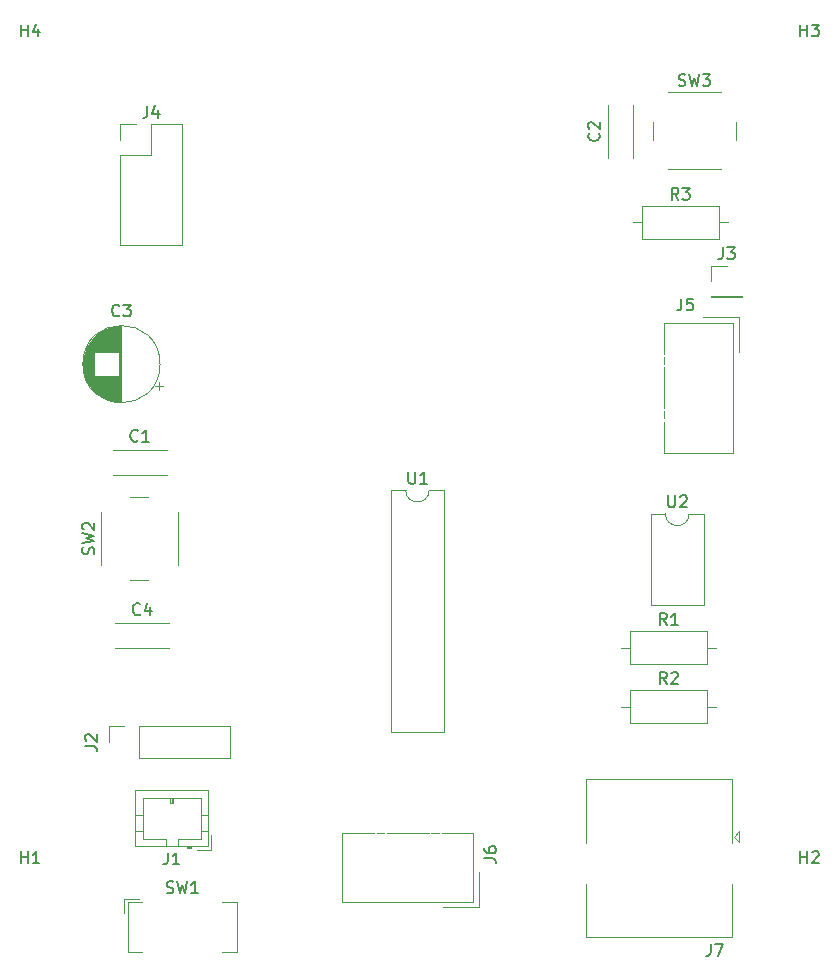
<source format=gbr>
%TF.GenerationSoftware,KiCad,Pcbnew,(5.1.8)-1*%
%TF.CreationDate,2021-01-04T15:21:09+00:00*%
%TF.ProjectId,main,6d61696e-2e6b-4696-9361-645f70636258,2.2*%
%TF.SameCoordinates,Original*%
%TF.FileFunction,Legend,Top*%
%TF.FilePolarity,Positive*%
%FSLAX46Y46*%
G04 Gerber Fmt 4.6, Leading zero omitted, Abs format (unit mm)*
G04 Created by KiCad (PCBNEW (5.1.8)-1) date 2021-01-04 15:21:09*
%MOMM*%
%LPD*%
G01*
G04 APERTURE LIST*
%ADD10C,0.120000*%
%ADD11C,0.150000*%
G04 APERTURE END LIST*
D10*
%TO.C,J7*%
X175080000Y-118500000D02*
X175080000Y-119500000D01*
X174580000Y-119000000D02*
X175080000Y-118500000D01*
X175080000Y-119500000D02*
X174580000Y-119000000D01*
X162070000Y-119570000D02*
X162070000Y-114100000D01*
X162070000Y-127500000D02*
X162070000Y-123030000D01*
X174470000Y-127500000D02*
X162070000Y-127500000D01*
X174470000Y-127500000D02*
X174470000Y-123030000D01*
X174470000Y-114100000D02*
X174470000Y-119570000D01*
X162070000Y-114100000D02*
X174470000Y-114100000D01*
%TO.C,J6*%
X144100000Y-118700000D02*
X141450000Y-118700000D01*
X152500000Y-118700000D02*
X149850000Y-118700000D01*
X141450000Y-118700000D02*
X141450000Y-124550000D01*
X148750000Y-118700000D02*
X145250000Y-118700000D01*
X152500000Y-118700000D02*
X152500000Y-124550000D01*
X152500000Y-124550000D02*
X141450000Y-124550000D01*
X149600000Y-118700000D02*
X149000000Y-118700000D01*
X145000000Y-118700000D02*
X144400000Y-118700000D01*
X153000000Y-122000000D02*
X153000000Y-125000000D01*
X153000000Y-125000000D02*
X150000000Y-125000000D01*
%TO.C,J5*%
X168700000Y-83900000D02*
X168700000Y-86550000D01*
X168700000Y-75500000D02*
X168700000Y-78150000D01*
X168700000Y-86550000D02*
X174550000Y-86550000D01*
X168700000Y-79250000D02*
X168700000Y-82750000D01*
X168700000Y-75500000D02*
X174550000Y-75500000D01*
X174550000Y-75500000D02*
X174550000Y-86550000D01*
X168700000Y-78400000D02*
X168700000Y-79000000D01*
X168700000Y-83000000D02*
X168700000Y-83600000D01*
X172000000Y-75000000D02*
X175000000Y-75000000D01*
X175000000Y-75000000D02*
X175000000Y-78000000D01*
%TO.C,U1*%
X150060000Y-89670000D02*
X148810000Y-89670000D01*
X150060000Y-110110000D02*
X150060000Y-89670000D01*
X145560000Y-110110000D02*
X150060000Y-110110000D01*
X145560000Y-89670000D02*
X145560000Y-110110000D01*
X146810000Y-89670000D02*
X145560000Y-89670000D01*
X148810000Y-89670000D02*
G75*
G02*
X146810000Y-89670000I-1000000J0D01*
G01*
%TO.C,SW3*%
X169000000Y-62500000D02*
X173500000Y-62500000D01*
X167750000Y-58500000D02*
X167750000Y-60000000D01*
X173500000Y-56000000D02*
X169000000Y-56000000D01*
X174750000Y-60000000D02*
X174750000Y-58500000D01*
%TO.C,SW2*%
X127500000Y-96000000D02*
X127500000Y-91500000D01*
X123500000Y-97250000D02*
X125000000Y-97250000D01*
X121000000Y-91500000D02*
X121000000Y-96000000D01*
X125000000Y-90250000D02*
X123500000Y-90250000D01*
%TO.C,R3*%
X166810000Y-65630000D02*
X166810000Y-68370000D01*
X166810000Y-68370000D02*
X173350000Y-68370000D01*
X173350000Y-68370000D02*
X173350000Y-65630000D01*
X173350000Y-65630000D02*
X166810000Y-65630000D01*
X166040000Y-67000000D02*
X166810000Y-67000000D01*
X174120000Y-67000000D02*
X173350000Y-67000000D01*
%TO.C,R2*%
X165810000Y-106630000D02*
X165810000Y-109370000D01*
X165810000Y-109370000D02*
X172350000Y-109370000D01*
X172350000Y-109370000D02*
X172350000Y-106630000D01*
X172350000Y-106630000D02*
X165810000Y-106630000D01*
X165040000Y-108000000D02*
X165810000Y-108000000D01*
X173120000Y-108000000D02*
X172350000Y-108000000D01*
%TO.C,R1*%
X165810000Y-101630000D02*
X165810000Y-104370000D01*
X165810000Y-104370000D02*
X172350000Y-104370000D01*
X172350000Y-104370000D02*
X172350000Y-101630000D01*
X172350000Y-101630000D02*
X165810000Y-101630000D01*
X165040000Y-103000000D02*
X165810000Y-103000000D01*
X173120000Y-103000000D02*
X172350000Y-103000000D01*
%TO.C,C4*%
X122230000Y-100930000D02*
X126770000Y-100930000D01*
X122230000Y-103070000D02*
X126770000Y-103070000D01*
X122230000Y-100930000D02*
X122230000Y-100945000D01*
X122230000Y-103055000D02*
X122230000Y-103070000D01*
X126770000Y-100930000D02*
X126770000Y-100945000D01*
X126770000Y-103055000D02*
X126770000Y-103070000D01*
%TO.C,C3*%
X126020000Y-79000000D02*
G75*
G03*
X126020000Y-79000000I-3270000J0D01*
G01*
X122750000Y-82230000D02*
X122750000Y-75770000D01*
X122710000Y-82230000D02*
X122710000Y-75770000D01*
X122670000Y-82230000D02*
X122670000Y-75770000D01*
X122630000Y-82228000D02*
X122630000Y-75772000D01*
X122590000Y-82227000D02*
X122590000Y-75773000D01*
X122550000Y-82224000D02*
X122550000Y-75776000D01*
X122510000Y-82222000D02*
X122510000Y-80040000D01*
X122510000Y-77960000D02*
X122510000Y-75778000D01*
X122470000Y-82218000D02*
X122470000Y-80040000D01*
X122470000Y-77960000D02*
X122470000Y-75782000D01*
X122430000Y-82215000D02*
X122430000Y-80040000D01*
X122430000Y-77960000D02*
X122430000Y-75785000D01*
X122390000Y-82211000D02*
X122390000Y-80040000D01*
X122390000Y-77960000D02*
X122390000Y-75789000D01*
X122350000Y-82206000D02*
X122350000Y-80040000D01*
X122350000Y-77960000D02*
X122350000Y-75794000D01*
X122310000Y-82201000D02*
X122310000Y-80040000D01*
X122310000Y-77960000D02*
X122310000Y-75799000D01*
X122270000Y-82195000D02*
X122270000Y-80040000D01*
X122270000Y-77960000D02*
X122270000Y-75805000D01*
X122230000Y-82189000D02*
X122230000Y-80040000D01*
X122230000Y-77960000D02*
X122230000Y-75811000D01*
X122190000Y-82182000D02*
X122190000Y-80040000D01*
X122190000Y-77960000D02*
X122190000Y-75818000D01*
X122150000Y-82175000D02*
X122150000Y-80040000D01*
X122150000Y-77960000D02*
X122150000Y-75825000D01*
X122110000Y-82167000D02*
X122110000Y-80040000D01*
X122110000Y-77960000D02*
X122110000Y-75833000D01*
X122070000Y-82159000D02*
X122070000Y-80040000D01*
X122070000Y-77960000D02*
X122070000Y-75841000D01*
X122029000Y-82150000D02*
X122029000Y-80040000D01*
X122029000Y-77960000D02*
X122029000Y-75850000D01*
X121989000Y-82141000D02*
X121989000Y-80040000D01*
X121989000Y-77960000D02*
X121989000Y-75859000D01*
X121949000Y-82131000D02*
X121949000Y-80040000D01*
X121949000Y-77960000D02*
X121949000Y-75869000D01*
X121909000Y-82121000D02*
X121909000Y-80040000D01*
X121909000Y-77960000D02*
X121909000Y-75879000D01*
X121869000Y-82110000D02*
X121869000Y-80040000D01*
X121869000Y-77960000D02*
X121869000Y-75890000D01*
X121829000Y-82098000D02*
X121829000Y-80040000D01*
X121829000Y-77960000D02*
X121829000Y-75902000D01*
X121789000Y-82086000D02*
X121789000Y-80040000D01*
X121789000Y-77960000D02*
X121789000Y-75914000D01*
X121749000Y-82074000D02*
X121749000Y-80040000D01*
X121749000Y-77960000D02*
X121749000Y-75926000D01*
X121709000Y-82061000D02*
X121709000Y-80040000D01*
X121709000Y-77960000D02*
X121709000Y-75939000D01*
X121669000Y-82047000D02*
X121669000Y-80040000D01*
X121669000Y-77960000D02*
X121669000Y-75953000D01*
X121629000Y-82033000D02*
X121629000Y-80040000D01*
X121629000Y-77960000D02*
X121629000Y-75967000D01*
X121589000Y-82018000D02*
X121589000Y-80040000D01*
X121589000Y-77960000D02*
X121589000Y-75982000D01*
X121549000Y-82002000D02*
X121549000Y-80040000D01*
X121549000Y-77960000D02*
X121549000Y-75998000D01*
X121509000Y-81986000D02*
X121509000Y-80040000D01*
X121509000Y-77960000D02*
X121509000Y-76014000D01*
X121469000Y-81970000D02*
X121469000Y-80040000D01*
X121469000Y-77960000D02*
X121469000Y-76030000D01*
X121429000Y-81952000D02*
X121429000Y-80040000D01*
X121429000Y-77960000D02*
X121429000Y-76048000D01*
X121389000Y-81934000D02*
X121389000Y-80040000D01*
X121389000Y-77960000D02*
X121389000Y-76066000D01*
X121349000Y-81916000D02*
X121349000Y-80040000D01*
X121349000Y-77960000D02*
X121349000Y-76084000D01*
X121309000Y-81896000D02*
X121309000Y-80040000D01*
X121309000Y-77960000D02*
X121309000Y-76104000D01*
X121269000Y-81876000D02*
X121269000Y-80040000D01*
X121269000Y-77960000D02*
X121269000Y-76124000D01*
X121229000Y-81856000D02*
X121229000Y-80040000D01*
X121229000Y-77960000D02*
X121229000Y-76144000D01*
X121189000Y-81834000D02*
X121189000Y-80040000D01*
X121189000Y-77960000D02*
X121189000Y-76166000D01*
X121149000Y-81812000D02*
X121149000Y-80040000D01*
X121149000Y-77960000D02*
X121149000Y-76188000D01*
X121109000Y-81790000D02*
X121109000Y-80040000D01*
X121109000Y-77960000D02*
X121109000Y-76210000D01*
X121069000Y-81766000D02*
X121069000Y-80040000D01*
X121069000Y-77960000D02*
X121069000Y-76234000D01*
X121029000Y-81742000D02*
X121029000Y-80040000D01*
X121029000Y-77960000D02*
X121029000Y-76258000D01*
X120989000Y-81716000D02*
X120989000Y-80040000D01*
X120989000Y-77960000D02*
X120989000Y-76284000D01*
X120949000Y-81690000D02*
X120949000Y-80040000D01*
X120949000Y-77960000D02*
X120949000Y-76310000D01*
X120909000Y-81664000D02*
X120909000Y-80040000D01*
X120909000Y-77960000D02*
X120909000Y-76336000D01*
X120869000Y-81636000D02*
X120869000Y-80040000D01*
X120869000Y-77960000D02*
X120869000Y-76364000D01*
X120829000Y-81607000D02*
X120829000Y-80040000D01*
X120829000Y-77960000D02*
X120829000Y-76393000D01*
X120789000Y-81578000D02*
X120789000Y-80040000D01*
X120789000Y-77960000D02*
X120789000Y-76422000D01*
X120749000Y-81548000D02*
X120749000Y-80040000D01*
X120749000Y-77960000D02*
X120749000Y-76452000D01*
X120709000Y-81516000D02*
X120709000Y-80040000D01*
X120709000Y-77960000D02*
X120709000Y-76484000D01*
X120669000Y-81484000D02*
X120669000Y-80040000D01*
X120669000Y-77960000D02*
X120669000Y-76516000D01*
X120629000Y-81450000D02*
X120629000Y-80040000D01*
X120629000Y-77960000D02*
X120629000Y-76550000D01*
X120589000Y-81416000D02*
X120589000Y-80040000D01*
X120589000Y-77960000D02*
X120589000Y-76584000D01*
X120549000Y-81380000D02*
X120549000Y-80040000D01*
X120549000Y-77960000D02*
X120549000Y-76620000D01*
X120509000Y-81343000D02*
X120509000Y-80040000D01*
X120509000Y-77960000D02*
X120509000Y-76657000D01*
X120469000Y-81305000D02*
X120469000Y-80040000D01*
X120469000Y-77960000D02*
X120469000Y-76695000D01*
X120429000Y-81265000D02*
X120429000Y-76735000D01*
X120389000Y-81224000D02*
X120389000Y-76776000D01*
X120349000Y-81182000D02*
X120349000Y-76818000D01*
X120309000Y-81137000D02*
X120309000Y-76863000D01*
X120269000Y-81092000D02*
X120269000Y-76908000D01*
X120229000Y-81044000D02*
X120229000Y-76956000D01*
X120189000Y-80995000D02*
X120189000Y-77005000D01*
X120149000Y-80944000D02*
X120149000Y-77056000D01*
X120109000Y-80890000D02*
X120109000Y-77110000D01*
X120069000Y-80834000D02*
X120069000Y-77166000D01*
X120029000Y-80776000D02*
X120029000Y-77224000D01*
X119989000Y-80714000D02*
X119989000Y-77286000D01*
X119949000Y-80650000D02*
X119949000Y-77350000D01*
X119909000Y-80581000D02*
X119909000Y-77419000D01*
X119869000Y-80509000D02*
X119869000Y-77491000D01*
X119829000Y-80432000D02*
X119829000Y-77568000D01*
X119789000Y-80350000D02*
X119789000Y-77650000D01*
X119749000Y-80262000D02*
X119749000Y-77738000D01*
X119709000Y-80165000D02*
X119709000Y-77835000D01*
X119669000Y-80059000D02*
X119669000Y-77941000D01*
X119629000Y-79940000D02*
X119629000Y-78060000D01*
X119589000Y-79802000D02*
X119589000Y-78198000D01*
X119549000Y-79633000D02*
X119549000Y-78367000D01*
X119509000Y-79402000D02*
X119509000Y-78598000D01*
X126250241Y-80839000D02*
X125620241Y-80839000D01*
X125935241Y-81154000D02*
X125935241Y-80524000D01*
%TO.C,C2*%
X163930000Y-61570000D02*
X163930000Y-57030000D01*
X166070000Y-61570000D02*
X166070000Y-57030000D01*
X163930000Y-61570000D02*
X163945000Y-61570000D01*
X166055000Y-61570000D02*
X166070000Y-61570000D01*
X163930000Y-57030000D02*
X163945000Y-57030000D01*
X166055000Y-57030000D02*
X166070000Y-57030000D01*
%TO.C,C1*%
X122030000Y-86230000D02*
X126570000Y-86230000D01*
X122030000Y-88370000D02*
X126570000Y-88370000D01*
X122030000Y-86230000D02*
X122030000Y-86245000D01*
X122030000Y-88355000D02*
X122030000Y-88370000D01*
X126570000Y-86230000D02*
X126570000Y-86245000D01*
X126570000Y-88355000D02*
X126570000Y-88370000D01*
%TO.C,SW1*%
X124500000Y-124550000D02*
X123300000Y-124550000D01*
X123300000Y-124550000D02*
X123300000Y-128750000D01*
X123300000Y-128750000D02*
X124500000Y-128750000D01*
X131300000Y-124550000D02*
X132500000Y-124550000D01*
X132500000Y-124550000D02*
X132500000Y-128750000D01*
X132500000Y-128750000D02*
X131300000Y-128750000D01*
X124200000Y-124250000D02*
X123000000Y-124250000D01*
X123000000Y-124250000D02*
X123000000Y-125450000D01*
%TO.C,U2*%
X172060000Y-91670000D02*
X170810000Y-91670000D01*
X172060000Y-99410000D02*
X172060000Y-91670000D01*
X167560000Y-99410000D02*
X172060000Y-99410000D01*
X167560000Y-91670000D02*
X167560000Y-99410000D01*
X168810000Y-91670000D02*
X167560000Y-91670000D01*
X170810000Y-91670000D02*
G75*
G02*
X168810000Y-91670000I-1000000J0D01*
G01*
%TO.C,J4*%
X122670000Y-58670000D02*
X124000000Y-58670000D01*
X122670000Y-60000000D02*
X122670000Y-58670000D01*
X125270000Y-58670000D02*
X127870000Y-58670000D01*
X125270000Y-61270000D02*
X125270000Y-58670000D01*
X122670000Y-61270000D02*
X125270000Y-61270000D01*
X127870000Y-58670000D02*
X127870000Y-68950000D01*
X122670000Y-61270000D02*
X122670000Y-68950000D01*
X122670000Y-68950000D02*
X127870000Y-68950000D01*
%TO.C,J3*%
X172670000Y-70670000D02*
X174000000Y-70670000D01*
X172670000Y-72000000D02*
X172670000Y-70670000D01*
X172670000Y-73270000D02*
X175330000Y-73270000D01*
X175330000Y-73270000D02*
X175330000Y-73330000D01*
X172670000Y-73270000D02*
X172670000Y-73330000D01*
X172670000Y-73330000D02*
X175330000Y-73330000D01*
%TO.C,J1*%
X130360000Y-120110000D02*
X130360000Y-118860000D01*
X129110000Y-120110000D02*
X130360000Y-120110000D01*
X127000000Y-115700000D02*
X127000000Y-116200000D01*
X126900000Y-116200000D02*
X126900000Y-115700000D01*
X127100000Y-116200000D02*
X126900000Y-116200000D01*
X127100000Y-115700000D02*
X127100000Y-116200000D01*
X123940000Y-117200000D02*
X124550000Y-117200000D01*
X123940000Y-118500000D02*
X124550000Y-118500000D01*
X130060000Y-117200000D02*
X129450000Y-117200000D01*
X130060000Y-118500000D02*
X129450000Y-118500000D01*
X126500000Y-119200000D02*
X126500000Y-119810000D01*
X124550000Y-119200000D02*
X126500000Y-119200000D01*
X124550000Y-115700000D02*
X124550000Y-119200000D01*
X129450000Y-115700000D02*
X124550000Y-115700000D01*
X129450000Y-119200000D02*
X129450000Y-115700000D01*
X127500000Y-119200000D02*
X129450000Y-119200000D01*
X127500000Y-119810000D02*
X127500000Y-119200000D01*
X128300000Y-119910000D02*
X128600000Y-119910000D01*
X128600000Y-120010000D02*
X128600000Y-119810000D01*
X128300000Y-120010000D02*
X128600000Y-120010000D01*
X128300000Y-119810000D02*
X128300000Y-120010000D01*
X123940000Y-119810000D02*
X130060000Y-119810000D01*
X123940000Y-115090000D02*
X123940000Y-119810000D01*
X130060000Y-115090000D02*
X123940000Y-115090000D01*
X130060000Y-119810000D02*
X130060000Y-115090000D01*
%TO.C,J2*%
X121670000Y-111000000D02*
X121670000Y-109670000D01*
X121670000Y-109670000D02*
X123000000Y-109670000D01*
X124270000Y-109670000D02*
X131950000Y-109670000D01*
X131950000Y-112330000D02*
X131950000Y-109670000D01*
X124270000Y-112330000D02*
X131950000Y-112330000D01*
X124270000Y-112330000D02*
X124270000Y-109670000D01*
%TO.C,J7*%
D11*
X172666666Y-128092380D02*
X172666666Y-128806666D01*
X172619047Y-128949523D01*
X172523809Y-129044761D01*
X172380952Y-129092380D01*
X172285714Y-129092380D01*
X173047619Y-128092380D02*
X173714285Y-128092380D01*
X173285714Y-129092380D01*
%TO.C,J6*%
X153452380Y-120833333D02*
X154166666Y-120833333D01*
X154309523Y-120880952D01*
X154404761Y-120976190D01*
X154452380Y-121119047D01*
X154452380Y-121214285D01*
X153452380Y-119928571D02*
X153452380Y-120119047D01*
X153500000Y-120214285D01*
X153547619Y-120261904D01*
X153690476Y-120357142D01*
X153880952Y-120404761D01*
X154261904Y-120404761D01*
X154357142Y-120357142D01*
X154404761Y-120309523D01*
X154452380Y-120214285D01*
X154452380Y-120023809D01*
X154404761Y-119928571D01*
X154357142Y-119880952D01*
X154261904Y-119833333D01*
X154023809Y-119833333D01*
X153928571Y-119880952D01*
X153880952Y-119928571D01*
X153833333Y-120023809D01*
X153833333Y-120214285D01*
X153880952Y-120309523D01*
X153928571Y-120357142D01*
X154023809Y-120404761D01*
%TO.C,J5*%
X170166666Y-73452380D02*
X170166666Y-74166666D01*
X170119047Y-74309523D01*
X170023809Y-74404761D01*
X169880952Y-74452380D01*
X169785714Y-74452380D01*
X171119047Y-73452380D02*
X170642857Y-73452380D01*
X170595238Y-73928571D01*
X170642857Y-73880952D01*
X170738095Y-73833333D01*
X170976190Y-73833333D01*
X171071428Y-73880952D01*
X171119047Y-73928571D01*
X171166666Y-74023809D01*
X171166666Y-74261904D01*
X171119047Y-74357142D01*
X171071428Y-74404761D01*
X170976190Y-74452380D01*
X170738095Y-74452380D01*
X170642857Y-74404761D01*
X170595238Y-74357142D01*
%TO.C,H4*%
X114238095Y-51252380D02*
X114238095Y-50252380D01*
X114238095Y-50728571D02*
X114809523Y-50728571D01*
X114809523Y-51252380D02*
X114809523Y-50252380D01*
X115714285Y-50585714D02*
X115714285Y-51252380D01*
X115476190Y-50204761D02*
X115238095Y-50919047D01*
X115857142Y-50919047D01*
%TO.C,H3*%
X180238095Y-51252380D02*
X180238095Y-50252380D01*
X180238095Y-50728571D02*
X180809523Y-50728571D01*
X180809523Y-51252380D02*
X180809523Y-50252380D01*
X181190476Y-50252380D02*
X181809523Y-50252380D01*
X181476190Y-50633333D01*
X181619047Y-50633333D01*
X181714285Y-50680952D01*
X181761904Y-50728571D01*
X181809523Y-50823809D01*
X181809523Y-51061904D01*
X181761904Y-51157142D01*
X181714285Y-51204761D01*
X181619047Y-51252380D01*
X181333333Y-51252380D01*
X181238095Y-51204761D01*
X181190476Y-51157142D01*
%TO.C,H2*%
X180238095Y-121252380D02*
X180238095Y-120252380D01*
X180238095Y-120728571D02*
X180809523Y-120728571D01*
X180809523Y-121252380D02*
X180809523Y-120252380D01*
X181238095Y-120347619D02*
X181285714Y-120300000D01*
X181380952Y-120252380D01*
X181619047Y-120252380D01*
X181714285Y-120300000D01*
X181761904Y-120347619D01*
X181809523Y-120442857D01*
X181809523Y-120538095D01*
X181761904Y-120680952D01*
X181190476Y-121252380D01*
X181809523Y-121252380D01*
%TO.C,H1*%
X114238095Y-121252380D02*
X114238095Y-120252380D01*
X114238095Y-120728571D02*
X114809523Y-120728571D01*
X114809523Y-121252380D02*
X114809523Y-120252380D01*
X115809523Y-121252380D02*
X115238095Y-121252380D01*
X115523809Y-121252380D02*
X115523809Y-120252380D01*
X115428571Y-120395238D01*
X115333333Y-120490476D01*
X115238095Y-120538095D01*
%TO.C,U1*%
X147048095Y-88122380D02*
X147048095Y-88931904D01*
X147095714Y-89027142D01*
X147143333Y-89074761D01*
X147238571Y-89122380D01*
X147429047Y-89122380D01*
X147524285Y-89074761D01*
X147571904Y-89027142D01*
X147619523Y-88931904D01*
X147619523Y-88122380D01*
X148619523Y-89122380D02*
X148048095Y-89122380D01*
X148333809Y-89122380D02*
X148333809Y-88122380D01*
X148238571Y-88265238D01*
X148143333Y-88360476D01*
X148048095Y-88408095D01*
%TO.C,SW3*%
X169916666Y-55404761D02*
X170059523Y-55452380D01*
X170297619Y-55452380D01*
X170392857Y-55404761D01*
X170440476Y-55357142D01*
X170488095Y-55261904D01*
X170488095Y-55166666D01*
X170440476Y-55071428D01*
X170392857Y-55023809D01*
X170297619Y-54976190D01*
X170107142Y-54928571D01*
X170011904Y-54880952D01*
X169964285Y-54833333D01*
X169916666Y-54738095D01*
X169916666Y-54642857D01*
X169964285Y-54547619D01*
X170011904Y-54500000D01*
X170107142Y-54452380D01*
X170345238Y-54452380D01*
X170488095Y-54500000D01*
X170821428Y-54452380D02*
X171059523Y-55452380D01*
X171250000Y-54738095D01*
X171440476Y-55452380D01*
X171678571Y-54452380D01*
X171964285Y-54452380D02*
X172583333Y-54452380D01*
X172250000Y-54833333D01*
X172392857Y-54833333D01*
X172488095Y-54880952D01*
X172535714Y-54928571D01*
X172583333Y-55023809D01*
X172583333Y-55261904D01*
X172535714Y-55357142D01*
X172488095Y-55404761D01*
X172392857Y-55452380D01*
X172107142Y-55452380D01*
X172011904Y-55404761D01*
X171964285Y-55357142D01*
%TO.C,SW2*%
X120404761Y-95083333D02*
X120452380Y-94940476D01*
X120452380Y-94702380D01*
X120404761Y-94607142D01*
X120357142Y-94559523D01*
X120261904Y-94511904D01*
X120166666Y-94511904D01*
X120071428Y-94559523D01*
X120023809Y-94607142D01*
X119976190Y-94702380D01*
X119928571Y-94892857D01*
X119880952Y-94988095D01*
X119833333Y-95035714D01*
X119738095Y-95083333D01*
X119642857Y-95083333D01*
X119547619Y-95035714D01*
X119500000Y-94988095D01*
X119452380Y-94892857D01*
X119452380Y-94654761D01*
X119500000Y-94511904D01*
X119452380Y-94178571D02*
X120452380Y-93940476D01*
X119738095Y-93750000D01*
X120452380Y-93559523D01*
X119452380Y-93321428D01*
X119547619Y-92988095D02*
X119500000Y-92940476D01*
X119452380Y-92845238D01*
X119452380Y-92607142D01*
X119500000Y-92511904D01*
X119547619Y-92464285D01*
X119642857Y-92416666D01*
X119738095Y-92416666D01*
X119880952Y-92464285D01*
X120452380Y-93035714D01*
X120452380Y-92416666D01*
%TO.C,R3*%
X169913333Y-65082380D02*
X169580000Y-64606190D01*
X169341904Y-65082380D02*
X169341904Y-64082380D01*
X169722857Y-64082380D01*
X169818095Y-64130000D01*
X169865714Y-64177619D01*
X169913333Y-64272857D01*
X169913333Y-64415714D01*
X169865714Y-64510952D01*
X169818095Y-64558571D01*
X169722857Y-64606190D01*
X169341904Y-64606190D01*
X170246666Y-64082380D02*
X170865714Y-64082380D01*
X170532380Y-64463333D01*
X170675238Y-64463333D01*
X170770476Y-64510952D01*
X170818095Y-64558571D01*
X170865714Y-64653809D01*
X170865714Y-64891904D01*
X170818095Y-64987142D01*
X170770476Y-65034761D01*
X170675238Y-65082380D01*
X170389523Y-65082380D01*
X170294285Y-65034761D01*
X170246666Y-64987142D01*
%TO.C,R2*%
X168913333Y-106082380D02*
X168580000Y-105606190D01*
X168341904Y-106082380D02*
X168341904Y-105082380D01*
X168722857Y-105082380D01*
X168818095Y-105130000D01*
X168865714Y-105177619D01*
X168913333Y-105272857D01*
X168913333Y-105415714D01*
X168865714Y-105510952D01*
X168818095Y-105558571D01*
X168722857Y-105606190D01*
X168341904Y-105606190D01*
X169294285Y-105177619D02*
X169341904Y-105130000D01*
X169437142Y-105082380D01*
X169675238Y-105082380D01*
X169770476Y-105130000D01*
X169818095Y-105177619D01*
X169865714Y-105272857D01*
X169865714Y-105368095D01*
X169818095Y-105510952D01*
X169246666Y-106082380D01*
X169865714Y-106082380D01*
%TO.C,R1*%
X168913333Y-101082380D02*
X168580000Y-100606190D01*
X168341904Y-101082380D02*
X168341904Y-100082380D01*
X168722857Y-100082380D01*
X168818095Y-100130000D01*
X168865714Y-100177619D01*
X168913333Y-100272857D01*
X168913333Y-100415714D01*
X168865714Y-100510952D01*
X168818095Y-100558571D01*
X168722857Y-100606190D01*
X168341904Y-100606190D01*
X169865714Y-101082380D02*
X169294285Y-101082380D01*
X169580000Y-101082380D02*
X169580000Y-100082380D01*
X169484761Y-100225238D01*
X169389523Y-100320476D01*
X169294285Y-100368095D01*
%TO.C,C4*%
X124333333Y-100157142D02*
X124285714Y-100204761D01*
X124142857Y-100252380D01*
X124047619Y-100252380D01*
X123904761Y-100204761D01*
X123809523Y-100109523D01*
X123761904Y-100014285D01*
X123714285Y-99823809D01*
X123714285Y-99680952D01*
X123761904Y-99490476D01*
X123809523Y-99395238D01*
X123904761Y-99300000D01*
X124047619Y-99252380D01*
X124142857Y-99252380D01*
X124285714Y-99300000D01*
X124333333Y-99347619D01*
X125190476Y-99585714D02*
X125190476Y-100252380D01*
X124952380Y-99204761D02*
X124714285Y-99919047D01*
X125333333Y-99919047D01*
%TO.C,C3*%
X122583333Y-74857142D02*
X122535714Y-74904761D01*
X122392857Y-74952380D01*
X122297619Y-74952380D01*
X122154761Y-74904761D01*
X122059523Y-74809523D01*
X122011904Y-74714285D01*
X121964285Y-74523809D01*
X121964285Y-74380952D01*
X122011904Y-74190476D01*
X122059523Y-74095238D01*
X122154761Y-74000000D01*
X122297619Y-73952380D01*
X122392857Y-73952380D01*
X122535714Y-74000000D01*
X122583333Y-74047619D01*
X122916666Y-73952380D02*
X123535714Y-73952380D01*
X123202380Y-74333333D01*
X123345238Y-74333333D01*
X123440476Y-74380952D01*
X123488095Y-74428571D01*
X123535714Y-74523809D01*
X123535714Y-74761904D01*
X123488095Y-74857142D01*
X123440476Y-74904761D01*
X123345238Y-74952380D01*
X123059523Y-74952380D01*
X122964285Y-74904761D01*
X122916666Y-74857142D01*
%TO.C,C2*%
X163157142Y-59466666D02*
X163204761Y-59514285D01*
X163252380Y-59657142D01*
X163252380Y-59752380D01*
X163204761Y-59895238D01*
X163109523Y-59990476D01*
X163014285Y-60038095D01*
X162823809Y-60085714D01*
X162680952Y-60085714D01*
X162490476Y-60038095D01*
X162395238Y-59990476D01*
X162300000Y-59895238D01*
X162252380Y-59752380D01*
X162252380Y-59657142D01*
X162300000Y-59514285D01*
X162347619Y-59466666D01*
X162347619Y-59085714D02*
X162300000Y-59038095D01*
X162252380Y-58942857D01*
X162252380Y-58704761D01*
X162300000Y-58609523D01*
X162347619Y-58561904D01*
X162442857Y-58514285D01*
X162538095Y-58514285D01*
X162680952Y-58561904D01*
X163252380Y-59133333D01*
X163252380Y-58514285D01*
%TO.C,C1*%
X124133333Y-85457142D02*
X124085714Y-85504761D01*
X123942857Y-85552380D01*
X123847619Y-85552380D01*
X123704761Y-85504761D01*
X123609523Y-85409523D01*
X123561904Y-85314285D01*
X123514285Y-85123809D01*
X123514285Y-84980952D01*
X123561904Y-84790476D01*
X123609523Y-84695238D01*
X123704761Y-84600000D01*
X123847619Y-84552380D01*
X123942857Y-84552380D01*
X124085714Y-84600000D01*
X124133333Y-84647619D01*
X125085714Y-85552380D02*
X124514285Y-85552380D01*
X124800000Y-85552380D02*
X124800000Y-84552380D01*
X124704761Y-84695238D01*
X124609523Y-84790476D01*
X124514285Y-84838095D01*
%TO.C,SW1*%
X126566666Y-123754761D02*
X126709523Y-123802380D01*
X126947619Y-123802380D01*
X127042857Y-123754761D01*
X127090476Y-123707142D01*
X127138095Y-123611904D01*
X127138095Y-123516666D01*
X127090476Y-123421428D01*
X127042857Y-123373809D01*
X126947619Y-123326190D01*
X126757142Y-123278571D01*
X126661904Y-123230952D01*
X126614285Y-123183333D01*
X126566666Y-123088095D01*
X126566666Y-122992857D01*
X126614285Y-122897619D01*
X126661904Y-122850000D01*
X126757142Y-122802380D01*
X126995238Y-122802380D01*
X127138095Y-122850000D01*
X127471428Y-122802380D02*
X127709523Y-123802380D01*
X127900000Y-123088095D01*
X128090476Y-123802380D01*
X128328571Y-122802380D01*
X129233333Y-123802380D02*
X128661904Y-123802380D01*
X128947619Y-123802380D02*
X128947619Y-122802380D01*
X128852380Y-122945238D01*
X128757142Y-123040476D01*
X128661904Y-123088095D01*
%TO.C,U2*%
X169048095Y-90122380D02*
X169048095Y-90931904D01*
X169095714Y-91027142D01*
X169143333Y-91074761D01*
X169238571Y-91122380D01*
X169429047Y-91122380D01*
X169524285Y-91074761D01*
X169571904Y-91027142D01*
X169619523Y-90931904D01*
X169619523Y-90122380D01*
X170048095Y-90217619D02*
X170095714Y-90170000D01*
X170190952Y-90122380D01*
X170429047Y-90122380D01*
X170524285Y-90170000D01*
X170571904Y-90217619D01*
X170619523Y-90312857D01*
X170619523Y-90408095D01*
X170571904Y-90550952D01*
X170000476Y-91122380D01*
X170619523Y-91122380D01*
%TO.C,J4*%
X124936666Y-57122380D02*
X124936666Y-57836666D01*
X124889047Y-57979523D01*
X124793809Y-58074761D01*
X124650952Y-58122380D01*
X124555714Y-58122380D01*
X125841428Y-57455714D02*
X125841428Y-58122380D01*
X125603333Y-57074761D02*
X125365238Y-57789047D01*
X125984285Y-57789047D01*
%TO.C,J3*%
X173666666Y-69122380D02*
X173666666Y-69836666D01*
X173619047Y-69979523D01*
X173523809Y-70074761D01*
X173380952Y-70122380D01*
X173285714Y-70122380D01*
X174047619Y-69122380D02*
X174666666Y-69122380D01*
X174333333Y-69503333D01*
X174476190Y-69503333D01*
X174571428Y-69550952D01*
X174619047Y-69598571D01*
X174666666Y-69693809D01*
X174666666Y-69931904D01*
X174619047Y-70027142D01*
X174571428Y-70074761D01*
X174476190Y-70122380D01*
X174190476Y-70122380D01*
X174095238Y-70074761D01*
X174047619Y-70027142D01*
%TO.C,J1*%
X126666666Y-120352380D02*
X126666666Y-121066666D01*
X126619047Y-121209523D01*
X126523809Y-121304761D01*
X126380952Y-121352380D01*
X126285714Y-121352380D01*
X127666666Y-121352380D02*
X127095238Y-121352380D01*
X127380952Y-121352380D02*
X127380952Y-120352380D01*
X127285714Y-120495238D01*
X127190476Y-120590476D01*
X127095238Y-120638095D01*
%TO.C,J2*%
X119682380Y-111333333D02*
X120396666Y-111333333D01*
X120539523Y-111380952D01*
X120634761Y-111476190D01*
X120682380Y-111619047D01*
X120682380Y-111714285D01*
X119777619Y-110904761D02*
X119730000Y-110857142D01*
X119682380Y-110761904D01*
X119682380Y-110523809D01*
X119730000Y-110428571D01*
X119777619Y-110380952D01*
X119872857Y-110333333D01*
X119968095Y-110333333D01*
X120110952Y-110380952D01*
X120682380Y-110952380D01*
X120682380Y-110333333D01*
%TD*%
M02*

</source>
